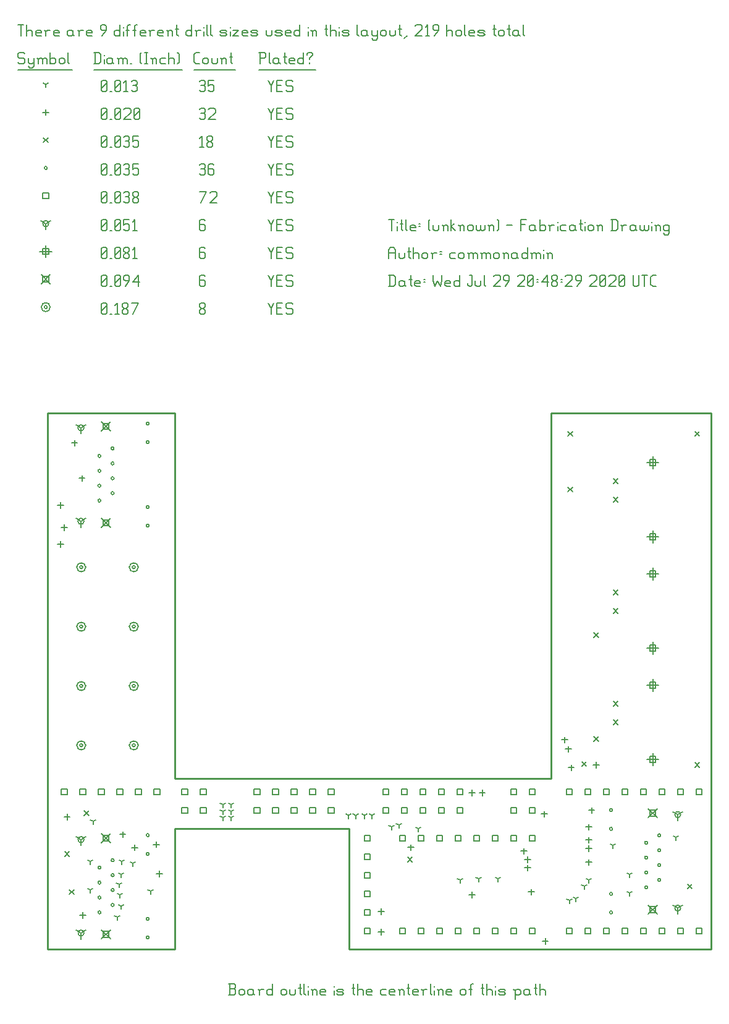
<source format=gbr>
G04 start of page 16 for group -3984 idx -3984 *
G04 Title: (unknown), fab *
G04 Creator: pcb 4.2.0 *
G04 CreationDate: Wed Jul 29 20:48:29 2020 UTC *
G04 For: commonadmin *
G04 Format: Gerber/RS-274X *
G04 PCB-Dimensions (mil): 4000.00 3500.00 *
G04 PCB-Coordinate-Origin: lower left *
%MOIN*%
%FSLAX25Y25*%
%LNFAB*%
%ADD188C,0.0100*%
%ADD187C,0.0075*%
%ADD186C,0.0060*%
%ADD185R,0.0080X0.0080*%
G54D185*X33354Y125000D02*G75*G03X34954Y125000I800J0D01*G01*
G75*G03X33354Y125000I-800J0D01*G01*
X31754D02*G75*G03X36554Y125000I2400J0D01*G01*
G75*G03X31754Y125000I-2400J0D01*G01*
X61700D02*G75*G03X63300Y125000I800J0D01*G01*
G75*G03X61700Y125000I-800J0D01*G01*
X60100D02*G75*G03X64900Y125000I2400J0D01*G01*
G75*G03X60100Y125000I-2400J0D01*G01*
X33354Y221000D02*G75*G03X34954Y221000I800J0D01*G01*
G75*G03X33354Y221000I-800J0D01*G01*
X31754D02*G75*G03X36554Y221000I2400J0D01*G01*
G75*G03X31754Y221000I-2400J0D01*G01*
X61700D02*G75*G03X63300Y221000I800J0D01*G01*
G75*G03X61700Y221000I-800J0D01*G01*
X60100D02*G75*G03X64900Y221000I2400J0D01*G01*
G75*G03X60100Y221000I-2400J0D01*G01*
X33354Y189000D02*G75*G03X34954Y189000I800J0D01*G01*
G75*G03X33354Y189000I-800J0D01*G01*
X31754D02*G75*G03X36554Y189000I2400J0D01*G01*
G75*G03X31754Y189000I-2400J0D01*G01*
X61700D02*G75*G03X63300Y189000I800J0D01*G01*
G75*G03X61700Y189000I-800J0D01*G01*
X60100D02*G75*G03X64900Y189000I2400J0D01*G01*
G75*G03X60100Y189000I-2400J0D01*G01*
X33354Y157000D02*G75*G03X34954Y157000I800J0D01*G01*
G75*G03X33354Y157000I-800J0D01*G01*
X31754D02*G75*G03X36554Y157000I2400J0D01*G01*
G75*G03X31754Y157000I-2400J0D01*G01*
X61700D02*G75*G03X63300Y157000I800J0D01*G01*
G75*G03X61700Y157000I-800J0D01*G01*
X60100D02*G75*G03X64900Y157000I2400J0D01*G01*
G75*G03X60100Y157000I-2400J0D01*G01*
X14200Y361250D02*G75*G03X15800Y361250I800J0D01*G01*
G75*G03X14200Y361250I-800J0D01*G01*
X12600D02*G75*G03X17400Y361250I2400J0D01*G01*
G75*G03X12600Y361250I-2400J0D01*G01*
G54D186*X135000Y363500D02*X136500Y360500D01*
X138000Y363500D01*
X136500Y360500D02*Y357500D01*
X139800Y360800D02*X142050D01*
X139800Y357500D02*X142800D01*
X139800Y363500D02*Y357500D01*
Y363500D02*X142800D01*
X147600D02*X148350Y362750D01*
X145350Y363500D02*X147600D01*
X144600Y362750D02*X145350Y363500D01*
X144600Y362750D02*Y361250D01*
X145350Y360500D01*
X147600D01*
X148350Y359750D01*
Y358250D01*
X147600Y357500D02*X148350Y358250D01*
X145350Y357500D02*X147600D01*
X144600Y358250D02*X145350Y357500D01*
X98000Y358250D02*X98750Y357500D01*
X98000Y359450D02*Y358250D01*
Y359450D02*X99050Y360500D01*
X99950D01*
X101000Y359450D01*
Y358250D01*
X100250Y357500D02*X101000Y358250D01*
X98750Y357500D02*X100250D01*
X98000Y361550D02*X99050Y360500D01*
X98000Y362750D02*Y361550D01*
Y362750D02*X98750Y363500D01*
X100250D01*
X101000Y362750D01*
Y361550D01*
X99950Y360500D02*X101000Y361550D01*
X45000Y358250D02*X45750Y357500D01*
X45000Y362750D02*Y358250D01*
Y362750D02*X45750Y363500D01*
X47250D01*
X48000Y362750D01*
Y358250D01*
X47250Y357500D02*X48000Y358250D01*
X45750Y357500D02*X47250D01*
X45000Y359000D02*X48000Y362000D01*
X49800Y357500D02*X50550D01*
X52350Y362300D02*X53550Y363500D01*
Y357500D01*
X52350D02*X54600D01*
X56400Y358250D02*X57150Y357500D01*
X56400Y359450D02*Y358250D01*
Y359450D02*X57450Y360500D01*
X58350D01*
X59400Y359450D01*
Y358250D01*
X58650Y357500D02*X59400Y358250D01*
X57150Y357500D02*X58650D01*
X56400Y361550D02*X57450Y360500D01*
X56400Y362750D02*Y361550D01*
Y362750D02*X57150Y363500D01*
X58650D01*
X59400Y362750D01*
Y361550D01*
X58350Y360500D02*X59400Y361550D01*
X61950Y357500D02*X64950Y363500D01*
X61200D02*X64950D01*
X340100Y90884D02*X344900Y86084D01*
X340100D02*X344900Y90884D01*
X340900Y90084D02*X344100D01*
X340900D02*Y86884D01*
X344100D01*
Y90084D02*Y86884D01*
X340100Y38916D02*X344900Y34116D01*
X340100D02*X344900Y38916D01*
X340900Y38116D02*X344100D01*
X340900D02*Y34916D01*
X344100D01*
Y38116D02*Y34916D01*
X45100Y247400D02*X49900Y242600D01*
X45100D02*X49900Y247400D01*
X45900Y246600D02*X49100D01*
X45900D02*Y243400D01*
X49100D01*
Y246600D02*Y243400D01*
X45100Y299369D02*X49900Y294569D01*
X45100D02*X49900Y299369D01*
X45900Y298569D02*X49100D01*
X45900D02*Y295369D01*
X49100D01*
Y298569D02*Y295369D01*
X45143Y25439D02*X49943Y20639D01*
X45143D02*X49943Y25439D01*
X45943Y24639D02*X49143D01*
X45943D02*Y21439D01*
X49143D01*
Y24639D02*Y21439D01*
X45143Y77408D02*X49943Y72608D01*
X45143D02*X49943Y77408D01*
X45943Y76608D02*X49143D01*
X45943D02*Y73408D01*
X49143D01*
Y76608D02*Y73408D01*
X12600Y378650D02*X17400Y373850D01*
X12600D02*X17400Y378650D01*
X13400Y377850D02*X16600D01*
X13400D02*Y374650D01*
X16600D01*
Y377850D02*Y374650D01*
X135000Y378500D02*X136500Y375500D01*
X138000Y378500D01*
X136500Y375500D02*Y372500D01*
X139800Y375800D02*X142050D01*
X139800Y372500D02*X142800D01*
X139800Y378500D02*Y372500D01*
Y378500D02*X142800D01*
X147600D02*X148350Y377750D01*
X145350Y378500D02*X147600D01*
X144600Y377750D02*X145350Y378500D01*
X144600Y377750D02*Y376250D01*
X145350Y375500D01*
X147600D01*
X148350Y374750D01*
Y373250D01*
X147600Y372500D02*X148350Y373250D01*
X145350Y372500D02*X147600D01*
X144600Y373250D02*X145350Y372500D01*
X100250Y378500D02*X101000Y377750D01*
X98750Y378500D02*X100250D01*
X98000Y377750D02*X98750Y378500D01*
X98000Y377750D02*Y373250D01*
X98750Y372500D01*
X100250Y375800D02*X101000Y375050D01*
X98000Y375800D02*X100250D01*
X98750Y372500D02*X100250D01*
X101000Y373250D01*
Y375050D02*Y373250D01*
X45000D02*X45750Y372500D01*
X45000Y377750D02*Y373250D01*
Y377750D02*X45750Y378500D01*
X47250D01*
X48000Y377750D01*
Y373250D01*
X47250Y372500D02*X48000Y373250D01*
X45750Y372500D02*X47250D01*
X45000Y374000D02*X48000Y377000D01*
X49800Y372500D02*X50550D01*
X52350Y373250D02*X53100Y372500D01*
X52350Y377750D02*Y373250D01*
Y377750D02*X53100Y378500D01*
X54600D01*
X55350Y377750D01*
Y373250D01*
X54600Y372500D02*X55350Y373250D01*
X53100Y372500D02*X54600D01*
X52350Y374000D02*X55350Y377000D01*
X57900Y372500D02*X60150Y375500D01*
Y377750D02*Y375500D01*
X59400Y378500D02*X60150Y377750D01*
X57900Y378500D02*X59400D01*
X57150Y377750D02*X57900Y378500D01*
X57150Y377750D02*Y376250D01*
X57900Y375500D01*
X60150D01*
X61950Y374750D02*X64950Y378500D01*
X61950Y374750D02*X65700D01*
X64950Y378500D02*Y372500D01*
X342500Y160700D02*Y154300D01*
X339300Y157500D02*X345700D01*
X340900Y159100D02*X344100D01*
X340900D02*Y155900D01*
X344100D01*
Y159100D02*Y155900D01*
X342500Y120700D02*Y114300D01*
X339300Y117500D02*X345700D01*
X340900Y119100D02*X344100D01*
X340900D02*Y115900D01*
X344100D01*
Y119100D02*Y115900D01*
X342500Y220700D02*Y214300D01*
X339300Y217500D02*X345700D01*
X340900Y219100D02*X344100D01*
X340900D02*Y215900D01*
X344100D01*
Y219100D02*Y215900D01*
X342500Y180700D02*Y174300D01*
X339300Y177500D02*X345700D01*
X340900Y179100D02*X344100D01*
X340900D02*Y175900D01*
X344100D01*
Y179100D02*Y175900D01*
X342500Y280700D02*Y274300D01*
X339300Y277500D02*X345700D01*
X340900Y279100D02*X344100D01*
X340900D02*Y275900D01*
X344100D01*
Y279100D02*Y275900D01*
X342500Y240700D02*Y234300D01*
X339300Y237500D02*X345700D01*
X340900Y239100D02*X344100D01*
X340900D02*Y235900D01*
X344100D01*
Y239100D02*Y235900D01*
X15000Y394450D02*Y388050D01*
X11800Y391250D02*X18200D01*
X13400Y392850D02*X16600D01*
X13400D02*Y389650D01*
X16600D01*
Y392850D02*Y389650D01*
X135000Y393500D02*X136500Y390500D01*
X138000Y393500D01*
X136500Y390500D02*Y387500D01*
X139800Y390800D02*X142050D01*
X139800Y387500D02*X142800D01*
X139800Y393500D02*Y387500D01*
Y393500D02*X142800D01*
X147600D02*X148350Y392750D01*
X145350Y393500D02*X147600D01*
X144600Y392750D02*X145350Y393500D01*
X144600Y392750D02*Y391250D01*
X145350Y390500D01*
X147600D01*
X148350Y389750D01*
Y388250D01*
X147600Y387500D02*X148350Y388250D01*
X145350Y387500D02*X147600D01*
X144600Y388250D02*X145350Y387500D01*
X100250Y393500D02*X101000Y392750D01*
X98750Y393500D02*X100250D01*
X98000Y392750D02*X98750Y393500D01*
X98000Y392750D02*Y388250D01*
X98750Y387500D01*
X100250Y390800D02*X101000Y390050D01*
X98000Y390800D02*X100250D01*
X98750Y387500D02*X100250D01*
X101000Y388250D01*
Y390050D02*Y388250D01*
X45000D02*X45750Y387500D01*
X45000Y392750D02*Y388250D01*
Y392750D02*X45750Y393500D01*
X47250D01*
X48000Y392750D01*
Y388250D01*
X47250Y387500D02*X48000Y388250D01*
X45750Y387500D02*X47250D01*
X45000Y389000D02*X48000Y392000D01*
X49800Y387500D02*X50550D01*
X52350Y388250D02*X53100Y387500D01*
X52350Y392750D02*Y388250D01*
Y392750D02*X53100Y393500D01*
X54600D01*
X55350Y392750D01*
Y388250D01*
X54600Y387500D02*X55350Y388250D01*
X53100Y387500D02*X54600D01*
X52350Y389000D02*X55350Y392000D01*
X57150Y388250D02*X57900Y387500D01*
X57150Y389450D02*Y388250D01*
Y389450D02*X58200Y390500D01*
X59100D01*
X60150Y389450D01*
Y388250D01*
X59400Y387500D02*X60150Y388250D01*
X57900Y387500D02*X59400D01*
X57150Y391550D02*X58200Y390500D01*
X57150Y392750D02*Y391550D01*
Y392750D02*X57900Y393500D01*
X59400D01*
X60150Y392750D01*
Y391550D01*
X59100Y390500D02*X60150Y391550D01*
X61950Y392300D02*X63150Y393500D01*
Y387500D01*
X61950D02*X64200D01*
X356004Y37303D02*Y34103D01*
Y37303D02*X358777Y38903D01*
X356004Y37303D02*X353231Y38903D01*
X354404Y37303D02*G75*G03X357604Y37303I1600J0D01*G01*
G75*G03X354404Y37303I-1600J0D01*G01*
X356004Y87697D02*Y84497D01*
Y87697D02*X358777Y89297D01*
X356004Y87697D02*X353231Y89297D01*
X354404Y87697D02*G75*G03X357604Y87697I1600J0D01*G01*
G75*G03X354404Y87697I-1600J0D01*G01*
X33996Y296181D02*Y292981D01*
Y296181D02*X36769Y297781D01*
X33996Y296181D02*X31223Y297781D01*
X32396Y296181D02*G75*G03X35596Y296181I1600J0D01*G01*
G75*G03X32396Y296181I-1600J0D01*G01*
X33996Y245787D02*Y242587D01*
Y245787D02*X36769Y247387D01*
X33996Y245787D02*X31223Y247387D01*
X32396Y245787D02*G75*G03X35596Y245787I1600J0D01*G01*
G75*G03X32396Y245787I-1600J0D01*G01*
X34039Y74220D02*Y71020D01*
Y74220D02*X36813Y75820D01*
X34039Y74220D02*X31266Y75820D01*
X32439Y74220D02*G75*G03X35639Y74220I1600J0D01*G01*
G75*G03X32439Y74220I-1600J0D01*G01*
X34039Y23827D02*Y20627D01*
Y23827D02*X36813Y25427D01*
X34039Y23827D02*X31266Y25427D01*
X32439Y23827D02*G75*G03X35639Y23827I1600J0D01*G01*
G75*G03X32439Y23827I-1600J0D01*G01*
X15000Y406250D02*Y403050D01*
Y406250D02*X17773Y407850D01*
X15000Y406250D02*X12227Y407850D01*
X13400Y406250D02*G75*G03X16600Y406250I1600J0D01*G01*
G75*G03X13400Y406250I-1600J0D01*G01*
X135000Y408500D02*X136500Y405500D01*
X138000Y408500D01*
X136500Y405500D02*Y402500D01*
X139800Y405800D02*X142050D01*
X139800Y402500D02*X142800D01*
X139800Y408500D02*Y402500D01*
Y408500D02*X142800D01*
X147600D02*X148350Y407750D01*
X145350Y408500D02*X147600D01*
X144600Y407750D02*X145350Y408500D01*
X144600Y407750D02*Y406250D01*
X145350Y405500D01*
X147600D01*
X148350Y404750D01*
Y403250D01*
X147600Y402500D02*X148350Y403250D01*
X145350Y402500D02*X147600D01*
X144600Y403250D02*X145350Y402500D01*
X100250Y408500D02*X101000Y407750D01*
X98750Y408500D02*X100250D01*
X98000Y407750D02*X98750Y408500D01*
X98000Y407750D02*Y403250D01*
X98750Y402500D01*
X100250Y405800D02*X101000Y405050D01*
X98000Y405800D02*X100250D01*
X98750Y402500D02*X100250D01*
X101000Y403250D01*
Y405050D02*Y403250D01*
X45000D02*X45750Y402500D01*
X45000Y407750D02*Y403250D01*
Y407750D02*X45750Y408500D01*
X47250D01*
X48000Y407750D01*
Y403250D01*
X47250Y402500D02*X48000Y403250D01*
X45750Y402500D02*X47250D01*
X45000Y404000D02*X48000Y407000D01*
X49800Y402500D02*X50550D01*
X52350Y403250D02*X53100Y402500D01*
X52350Y407750D02*Y403250D01*
Y407750D02*X53100Y408500D01*
X54600D01*
X55350Y407750D01*
Y403250D01*
X54600Y402500D02*X55350Y403250D01*
X53100Y402500D02*X54600D01*
X52350Y404000D02*X55350Y407000D01*
X57150Y408500D02*X60150D01*
X57150D02*Y405500D01*
X57900Y406250D01*
X59400D01*
X60150Y405500D01*
Y403250D01*
X59400Y402500D02*X60150Y403250D01*
X57900Y402500D02*X59400D01*
X57150Y403250D02*X57900Y402500D01*
X61950Y407300D02*X63150Y408500D01*
Y402500D01*
X61950D02*X64200D01*
X186900Y76600D02*X190100D01*
X186900D02*Y73400D01*
X190100D01*
Y76600D02*Y73400D01*
X186900Y66600D02*X190100D01*
X186900D02*Y63400D01*
X190100D01*
Y66600D02*Y63400D01*
X186900Y56600D02*X190100D01*
X186900D02*Y53400D01*
X190100D01*
Y56600D02*Y53400D01*
X186900Y46600D02*X190100D01*
X186900D02*Y43400D01*
X190100D01*
Y46600D02*Y43400D01*
X186900Y36600D02*X190100D01*
X186900D02*Y33400D01*
X190100D01*
Y36600D02*Y33400D01*
X186900Y26600D02*X190100D01*
X186900D02*Y23400D01*
X190100D01*
Y26600D02*Y23400D01*
X275900Y76600D02*X279100D01*
X275900D02*Y73400D01*
X279100D01*
Y76600D02*Y73400D01*
X265900Y76600D02*X269100D01*
X265900D02*Y73400D01*
X269100D01*
Y76600D02*Y73400D01*
X255900Y76600D02*X259100D01*
X255900D02*Y73400D01*
X259100D01*
Y76600D02*Y73400D01*
X245900Y76600D02*X249100D01*
X245900D02*Y73400D01*
X249100D01*
Y76600D02*Y73400D01*
X235900Y76600D02*X239100D01*
X235900D02*Y73400D01*
X239100D01*
Y76600D02*Y73400D01*
X225900Y76600D02*X229100D01*
X225900D02*Y73400D01*
X229100D01*
Y76600D02*Y73400D01*
X215900Y76600D02*X219100D01*
X215900D02*Y73400D01*
X219100D01*
Y76600D02*Y73400D01*
X205900Y76600D02*X209100D01*
X205900D02*Y73400D01*
X209100D01*
Y76600D02*Y73400D01*
X275900Y26600D02*X279100D01*
X275900D02*Y23400D01*
X279100D01*
Y26600D02*Y23400D01*
X265900Y26600D02*X269100D01*
X265900D02*Y23400D01*
X269100D01*
Y26600D02*Y23400D01*
X255900Y26600D02*X259100D01*
X255900D02*Y23400D01*
X259100D01*
Y26600D02*Y23400D01*
X245900Y26600D02*X249100D01*
X245900D02*Y23400D01*
X249100D01*
Y26600D02*Y23400D01*
X235900Y26600D02*X239100D01*
X235900D02*Y23400D01*
X239100D01*
Y26600D02*Y23400D01*
X225900Y26600D02*X229100D01*
X225900D02*Y23400D01*
X229100D01*
Y26600D02*Y23400D01*
X215900Y26600D02*X219100D01*
X215900D02*Y23400D01*
X219100D01*
Y26600D02*Y23400D01*
X205900Y26600D02*X209100D01*
X205900D02*Y23400D01*
X209100D01*
Y26600D02*Y23400D01*
X365900Y101600D02*X369100D01*
X365900D02*Y98400D01*
X369100D01*
Y101600D02*Y98400D01*
X355900Y101600D02*X359100D01*
X355900D02*Y98400D01*
X359100D01*
Y101600D02*Y98400D01*
X345900Y101600D02*X349100D01*
X345900D02*Y98400D01*
X349100D01*
Y101600D02*Y98400D01*
X335900Y101600D02*X339100D01*
X335900D02*Y98400D01*
X339100D01*
Y101600D02*Y98400D01*
X325900Y101600D02*X329100D01*
X325900D02*Y98400D01*
X329100D01*
Y101600D02*Y98400D01*
X315900Y101600D02*X319100D01*
X315900D02*Y98400D01*
X319100D01*
Y101600D02*Y98400D01*
X305900Y101600D02*X309100D01*
X305900D02*Y98400D01*
X309100D01*
Y101600D02*Y98400D01*
X295900Y101600D02*X299100D01*
X295900D02*Y98400D01*
X299100D01*
Y101600D02*Y98400D01*
X365900Y26600D02*X369100D01*
X365900D02*Y23400D01*
X369100D01*
Y26600D02*Y23400D01*
X355900Y26600D02*X359100D01*
X355900D02*Y23400D01*
X359100D01*
Y26600D02*Y23400D01*
X345900Y26600D02*X349100D01*
X345900D02*Y23400D01*
X349100D01*
Y26600D02*Y23400D01*
X335900Y26600D02*X339100D01*
X335900D02*Y23400D01*
X339100D01*
Y26600D02*Y23400D01*
X325900Y26600D02*X329100D01*
X325900D02*Y23400D01*
X329100D01*
Y26600D02*Y23400D01*
X315900Y26600D02*X319100D01*
X315900D02*Y23400D01*
X319100D01*
Y26600D02*Y23400D01*
X305900Y26600D02*X309100D01*
X305900D02*Y23400D01*
X309100D01*
Y26600D02*Y23400D01*
X295900Y26600D02*X299100D01*
X295900D02*Y23400D01*
X299100D01*
Y26600D02*Y23400D01*
X127400Y91600D02*X130600D01*
X127400D02*Y88400D01*
X130600D01*
Y91600D02*Y88400D01*
X127400Y101600D02*X130600D01*
X127400D02*Y98400D01*
X130600D01*
Y101600D02*Y98400D01*
X137400Y91600D02*X140600D01*
X137400D02*Y88400D01*
X140600D01*
Y91600D02*Y88400D01*
X137400Y101600D02*X140600D01*
X137400D02*Y98400D01*
X140600D01*
Y101600D02*Y98400D01*
X147400Y91600D02*X150600D01*
X147400D02*Y88400D01*
X150600D01*
Y91600D02*Y88400D01*
X147400Y101600D02*X150600D01*
X147400D02*Y98400D01*
X150600D01*
Y101600D02*Y98400D01*
X157400Y91600D02*X160600D01*
X157400D02*Y88400D01*
X160600D01*
Y91600D02*Y88400D01*
X157400Y101600D02*X160600D01*
X157400D02*Y98400D01*
X160600D01*
Y101600D02*Y98400D01*
X167400Y91600D02*X170600D01*
X167400D02*Y88400D01*
X170600D01*
Y91600D02*Y88400D01*
X167400Y101600D02*X170600D01*
X167400D02*Y98400D01*
X170600D01*
Y101600D02*Y98400D01*
X196900Y91600D02*X200100D01*
X196900D02*Y88400D01*
X200100D01*
Y91600D02*Y88400D01*
X196900Y101600D02*X200100D01*
X196900D02*Y98400D01*
X200100D01*
Y101600D02*Y98400D01*
X206900Y91600D02*X210100D01*
X206900D02*Y88400D01*
X210100D01*
Y91600D02*Y88400D01*
X206900Y101600D02*X210100D01*
X206900D02*Y98400D01*
X210100D01*
Y101600D02*Y98400D01*
X216900Y91600D02*X220100D01*
X216900D02*Y88400D01*
X220100D01*
Y91600D02*Y88400D01*
X216900Y101600D02*X220100D01*
X216900D02*Y98400D01*
X220100D01*
Y101600D02*Y98400D01*
X226900Y91600D02*X230100D01*
X226900D02*Y88400D01*
X230100D01*
Y91600D02*Y88400D01*
X226900Y101600D02*X230100D01*
X226900D02*Y98400D01*
X230100D01*
Y101600D02*Y98400D01*
X236900Y91600D02*X240100D01*
X236900D02*Y88400D01*
X240100D01*
Y91600D02*Y88400D01*
X236900Y101600D02*X240100D01*
X236900D02*Y98400D01*
X240100D01*
Y101600D02*Y98400D01*
X23400Y101600D02*X26600D01*
X23400D02*Y98400D01*
X26600D01*
Y101600D02*Y98400D01*
X33400Y101600D02*X36600D01*
X33400D02*Y98400D01*
X36600D01*
Y101600D02*Y98400D01*
X43400Y101600D02*X46600D01*
X43400D02*Y98400D01*
X46600D01*
Y101600D02*Y98400D01*
X53400Y101600D02*X56600D01*
X53400D02*Y98400D01*
X56600D01*
Y101600D02*Y98400D01*
X63400Y101600D02*X66600D01*
X63400D02*Y98400D01*
X66600D01*
Y101600D02*Y98400D01*
X73400Y101600D02*X76600D01*
X73400D02*Y98400D01*
X76600D01*
Y101600D02*Y98400D01*
X88400Y101600D02*X91600D01*
X88400D02*Y98400D01*
X91600D01*
Y101600D02*Y98400D01*
X88400Y91600D02*X91600D01*
X88400D02*Y88400D01*
X91600D01*
Y91600D02*Y88400D01*
X98400Y91600D02*X101600D01*
X98400D02*Y88400D01*
X101600D01*
Y91600D02*Y88400D01*
X98400Y101600D02*X101600D01*
X98400D02*Y98400D01*
X101600D01*
Y101600D02*Y98400D01*
X265900Y101600D02*X269100D01*
X265900D02*Y98400D01*
X269100D01*
Y101600D02*Y98400D01*
X265900Y91600D02*X269100D01*
X265900D02*Y88400D01*
X269100D01*
Y91600D02*Y88400D01*
X275900Y91600D02*X279100D01*
X275900D02*Y88400D01*
X279100D01*
Y91600D02*Y88400D01*
X275900Y101600D02*X279100D01*
X275900D02*Y98400D01*
X279100D01*
Y101600D02*Y98400D01*
X13400Y422850D02*X16600D01*
X13400D02*Y419650D01*
X16600D01*
Y422850D02*Y419650D01*
X135000Y423500D02*X136500Y420500D01*
X138000Y423500D01*
X136500Y420500D02*Y417500D01*
X139800Y420800D02*X142050D01*
X139800Y417500D02*X142800D01*
X139800Y423500D02*Y417500D01*
Y423500D02*X142800D01*
X147600D02*X148350Y422750D01*
X145350Y423500D02*X147600D01*
X144600Y422750D02*X145350Y423500D01*
X144600Y422750D02*Y421250D01*
X145350Y420500D01*
X147600D01*
X148350Y419750D01*
Y418250D01*
X147600Y417500D02*X148350Y418250D01*
X145350Y417500D02*X147600D01*
X144600Y418250D02*X145350Y417500D01*
X98750D02*X101750Y423500D01*
X98000D02*X101750D01*
X103550Y422750D02*X104300Y423500D01*
X106550D01*
X107300Y422750D01*
Y421250D01*
X103550Y417500D02*X107300Y421250D01*
X103550Y417500D02*X107300D01*
X45000Y418250D02*X45750Y417500D01*
X45000Y422750D02*Y418250D01*
Y422750D02*X45750Y423500D01*
X47250D01*
X48000Y422750D01*
Y418250D01*
X47250Y417500D02*X48000Y418250D01*
X45750Y417500D02*X47250D01*
X45000Y419000D02*X48000Y422000D01*
X49800Y417500D02*X50550D01*
X52350Y418250D02*X53100Y417500D01*
X52350Y422750D02*Y418250D01*
Y422750D02*X53100Y423500D01*
X54600D01*
X55350Y422750D01*
Y418250D01*
X54600Y417500D02*X55350Y418250D01*
X53100Y417500D02*X54600D01*
X52350Y419000D02*X55350Y422000D01*
X57150Y422750D02*X57900Y423500D01*
X59400D01*
X60150Y422750D01*
X59400Y417500D02*X60150Y418250D01*
X57900Y417500D02*X59400D01*
X57150Y418250D02*X57900Y417500D01*
Y420800D02*X59400D01*
X60150Y422750D02*Y421550D01*
Y420050D02*Y418250D01*
Y420050D02*X59400Y420800D01*
X60150Y421550D02*X59400Y420800D01*
X61950Y418250D02*X62700Y417500D01*
X61950Y419450D02*Y418250D01*
Y419450D02*X63000Y420500D01*
X63900D01*
X64950Y419450D01*
Y418250D01*
X64200Y417500D02*X64950Y418250D01*
X62700Y417500D02*X64200D01*
X61950Y421550D02*X63000Y420500D01*
X61950Y422750D02*Y421550D01*
Y422750D02*X62700Y423500D01*
X64200D01*
X64950Y422750D01*
Y421550D01*
X63900Y420500D02*X64950Y421550D01*
X319220Y44980D02*G75*G03X320820Y44980I800J0D01*G01*
G75*G03X319220Y44980I-800J0D01*G01*
Y34941D02*G75*G03X320820Y34941I800J0D01*G01*
G75*G03X319220Y34941I-800J0D01*G01*
X345243Y60492D02*G75*G03X346843Y60492I800J0D01*G01*
G75*G03X345243Y60492I-800J0D01*G01*
Y52461D02*G75*G03X346843Y52461I800J0D01*G01*
G75*G03X345243Y52461I-800J0D01*G01*
Y68524D02*G75*G03X346843Y68524I800J0D01*G01*
G75*G03X345243Y68524I-800J0D01*G01*
Y76555D02*G75*G03X346843Y76555I800J0D01*G01*
G75*G03X345243Y76555I-800J0D01*G01*
X338157Y64508D02*G75*G03X339757Y64508I800J0D01*G01*
G75*G03X338157Y64508I-800J0D01*G01*
Y72539D02*G75*G03X339757Y72539I800J0D01*G01*
G75*G03X338157Y72539I-800J0D01*G01*
Y56476D02*G75*G03X339757Y56476I800J0D01*G01*
G75*G03X338157Y56476I-800J0D01*G01*
Y48445D02*G75*G03X339757Y48445I800J0D01*G01*
G75*G03X338157Y48445I-800J0D01*G01*
X319220Y90059D02*G75*G03X320820Y90059I800J0D01*G01*
G75*G03X319220Y90059I-800J0D01*G01*
Y80020D02*G75*G03X320820Y80020I800J0D01*G01*
G75*G03X319220Y80020I-800J0D01*G01*
X69180Y288504D02*G75*G03X70780Y288504I800J0D01*G01*
G75*G03X69180Y288504I-800J0D01*G01*
Y298543D02*G75*G03X70780Y298543I800J0D01*G01*
G75*G03X69180Y298543I-800J0D01*G01*
X43157Y272992D02*G75*G03X44757Y272992I800J0D01*G01*
G75*G03X43157Y272992I-800J0D01*G01*
Y281024D02*G75*G03X44757Y281024I800J0D01*G01*
G75*G03X43157Y281024I-800J0D01*G01*
Y264961D02*G75*G03X44757Y264961I800J0D01*G01*
G75*G03X43157Y264961I-800J0D01*G01*
Y256929D02*G75*G03X44757Y256929I800J0D01*G01*
G75*G03X43157Y256929I-800J0D01*G01*
X50243Y268976D02*G75*G03X51843Y268976I800J0D01*G01*
G75*G03X50243Y268976I-800J0D01*G01*
Y260945D02*G75*G03X51843Y260945I800J0D01*G01*
G75*G03X50243Y260945I-800J0D01*G01*
Y277008D02*G75*G03X51843Y277008I800J0D01*G01*
G75*G03X50243Y277008I-800J0D01*G01*
Y285039D02*G75*G03X51843Y285039I800J0D01*G01*
G75*G03X50243Y285039I-800J0D01*G01*
X69180Y243425D02*G75*G03X70780Y243425I800J0D01*G01*
G75*G03X69180Y243425I-800J0D01*G01*
Y253465D02*G75*G03X70780Y253465I800J0D01*G01*
G75*G03X69180Y253465I-800J0D01*G01*
X69224Y66543D02*G75*G03X70824Y66543I800J0D01*G01*
G75*G03X69224Y66543I-800J0D01*G01*
Y76583D02*G75*G03X70824Y76583I800J0D01*G01*
G75*G03X69224Y76583I-800J0D01*G01*
X43200Y51031D02*G75*G03X44800Y51031I800J0D01*G01*
G75*G03X43200Y51031I-800J0D01*G01*
Y59063D02*G75*G03X44800Y59063I800J0D01*G01*
G75*G03X43200Y59063I-800J0D01*G01*
Y43000D02*G75*G03X44800Y43000I800J0D01*G01*
G75*G03X43200Y43000I-800J0D01*G01*
Y34969D02*G75*G03X44800Y34969I800J0D01*G01*
G75*G03X43200Y34969I-800J0D01*G01*
X50287Y47016D02*G75*G03X51887Y47016I800J0D01*G01*
G75*G03X50287Y47016I-800J0D01*G01*
Y38984D02*G75*G03X51887Y38984I800J0D01*G01*
G75*G03X50287Y38984I-800J0D01*G01*
Y55047D02*G75*G03X51887Y55047I800J0D01*G01*
G75*G03X50287Y55047I-800J0D01*G01*
Y63079D02*G75*G03X51887Y63079I800J0D01*G01*
G75*G03X50287Y63079I-800J0D01*G01*
X69224Y21465D02*G75*G03X70824Y21465I800J0D01*G01*
G75*G03X69224Y21465I-800J0D01*G01*
Y31504D02*G75*G03X70824Y31504I800J0D01*G01*
G75*G03X69224Y31504I-800J0D01*G01*
X14200Y436250D02*G75*G03X15800Y436250I800J0D01*G01*
G75*G03X14200Y436250I-800J0D01*G01*
X135000Y438500D02*X136500Y435500D01*
X138000Y438500D01*
X136500Y435500D02*Y432500D01*
X139800Y435800D02*X142050D01*
X139800Y432500D02*X142800D01*
X139800Y438500D02*Y432500D01*
Y438500D02*X142800D01*
X147600D02*X148350Y437750D01*
X145350Y438500D02*X147600D01*
X144600Y437750D02*X145350Y438500D01*
X144600Y437750D02*Y436250D01*
X145350Y435500D01*
X147600D01*
X148350Y434750D01*
Y433250D01*
X147600Y432500D02*X148350Y433250D01*
X145350Y432500D02*X147600D01*
X144600Y433250D02*X145350Y432500D01*
X98000Y437750D02*X98750Y438500D01*
X100250D01*
X101000Y437750D01*
X100250Y432500D02*X101000Y433250D01*
X98750Y432500D02*X100250D01*
X98000Y433250D02*X98750Y432500D01*
Y435800D02*X100250D01*
X101000Y437750D02*Y436550D01*
Y435050D02*Y433250D01*
Y435050D02*X100250Y435800D01*
X101000Y436550D02*X100250Y435800D01*
X105050Y438500D02*X105800Y437750D01*
X103550Y438500D02*X105050D01*
X102800Y437750D02*X103550Y438500D01*
X102800Y437750D02*Y433250D01*
X103550Y432500D01*
X105050Y435800D02*X105800Y435050D01*
X102800Y435800D02*X105050D01*
X103550Y432500D02*X105050D01*
X105800Y433250D01*
Y435050D02*Y433250D01*
X45000D02*X45750Y432500D01*
X45000Y437750D02*Y433250D01*
Y437750D02*X45750Y438500D01*
X47250D01*
X48000Y437750D01*
Y433250D01*
X47250Y432500D02*X48000Y433250D01*
X45750Y432500D02*X47250D01*
X45000Y434000D02*X48000Y437000D01*
X49800Y432500D02*X50550D01*
X52350Y433250D02*X53100Y432500D01*
X52350Y437750D02*Y433250D01*
Y437750D02*X53100Y438500D01*
X54600D01*
X55350Y437750D01*
Y433250D01*
X54600Y432500D02*X55350Y433250D01*
X53100Y432500D02*X54600D01*
X52350Y434000D02*X55350Y437000D01*
X57150Y437750D02*X57900Y438500D01*
X59400D01*
X60150Y437750D01*
X59400Y432500D02*X60150Y433250D01*
X57900Y432500D02*X59400D01*
X57150Y433250D02*X57900Y432500D01*
Y435800D02*X59400D01*
X60150Y437750D02*Y436550D01*
Y435050D02*Y433250D01*
Y435050D02*X59400Y435800D01*
X60150Y436550D02*X59400Y435800D01*
X61950Y438500D02*X64950D01*
X61950D02*Y435500D01*
X62700Y436250D01*
X64200D01*
X64950Y435500D01*
Y433250D01*
X64200Y432500D02*X64950Y433250D01*
X62700Y432500D02*X64200D01*
X61950Y433250D02*X62700Y432500D01*
X321300Y138700D02*X323700Y136300D01*
X321300D02*X323700Y138700D01*
X321300Y148700D02*X323700Y146300D01*
X321300D02*X323700Y148700D01*
X321300Y198700D02*X323700Y196300D01*
X321300D02*X323700Y198700D01*
X321300Y208700D02*X323700Y206300D01*
X321300D02*X323700Y208700D01*
X321300Y258700D02*X323700Y256300D01*
X321300D02*X323700Y258700D01*
X321300Y268700D02*X323700Y266300D01*
X321300D02*X323700Y268700D01*
X361300Y50169D02*X363700Y47769D01*
X361300D02*X363700Y50169D01*
X210300Y64669D02*X212700Y62269D01*
X210300D02*X212700Y64669D01*
X296800Y264169D02*X299200Y261769D01*
X296800D02*X299200Y264169D01*
X296800Y294169D02*X299200Y291769D01*
X296800D02*X299200Y294169D01*
X365300Y115669D02*X367700Y113269D01*
X365300D02*X367700Y115669D01*
X365300Y294169D02*X367700Y291769D01*
X365300D02*X367700Y294169D01*
X310800Y185669D02*X313200Y183269D01*
X310800D02*X313200Y185669D01*
X310800Y129669D02*X313200Y127269D01*
X310800D02*X313200Y129669D01*
X27800Y47169D02*X30200Y44769D01*
X27800D02*X30200Y47169D01*
X25300Y67700D02*X27700Y65300D01*
X25300D02*X27700Y67700D01*
X304300Y116200D02*X306700Y113800D01*
X304300D02*X306700Y116200D01*
X35800Y89700D02*X38200Y87300D01*
X35800D02*X38200Y89700D01*
X13800Y452450D02*X16200Y450050D01*
X13800D02*X16200Y452450D01*
X135000Y453500D02*X136500Y450500D01*
X138000Y453500D01*
X136500Y450500D02*Y447500D01*
X139800Y450800D02*X142050D01*
X139800Y447500D02*X142800D01*
X139800Y453500D02*Y447500D01*
Y453500D02*X142800D01*
X147600D02*X148350Y452750D01*
X145350Y453500D02*X147600D01*
X144600Y452750D02*X145350Y453500D01*
X144600Y452750D02*Y451250D01*
X145350Y450500D01*
X147600D01*
X148350Y449750D01*
Y448250D01*
X147600Y447500D02*X148350Y448250D01*
X145350Y447500D02*X147600D01*
X144600Y448250D02*X145350Y447500D01*
X98000Y452300D02*X99200Y453500D01*
Y447500D01*
X98000D02*X100250D01*
X102050Y448250D02*X102800Y447500D01*
X102050Y449450D02*Y448250D01*
Y449450D02*X103100Y450500D01*
X104000D01*
X105050Y449450D01*
Y448250D01*
X104300Y447500D02*X105050Y448250D01*
X102800Y447500D02*X104300D01*
X102050Y451550D02*X103100Y450500D01*
X102050Y452750D02*Y451550D01*
Y452750D02*X102800Y453500D01*
X104300D01*
X105050Y452750D01*
Y451550D01*
X104000Y450500D02*X105050Y451550D01*
X45000Y448250D02*X45750Y447500D01*
X45000Y452750D02*Y448250D01*
Y452750D02*X45750Y453500D01*
X47250D01*
X48000Y452750D01*
Y448250D01*
X47250Y447500D02*X48000Y448250D01*
X45750Y447500D02*X47250D01*
X45000Y449000D02*X48000Y452000D01*
X49800Y447500D02*X50550D01*
X52350Y448250D02*X53100Y447500D01*
X52350Y452750D02*Y448250D01*
Y452750D02*X53100Y453500D01*
X54600D01*
X55350Y452750D01*
Y448250D01*
X54600Y447500D02*X55350Y448250D01*
X53100Y447500D02*X54600D01*
X52350Y449000D02*X55350Y452000D01*
X57150Y452750D02*X57900Y453500D01*
X59400D01*
X60150Y452750D01*
X59400Y447500D02*X60150Y448250D01*
X57900Y447500D02*X59400D01*
X57150Y448250D02*X57900Y447500D01*
Y450800D02*X59400D01*
X60150Y452750D02*Y451550D01*
Y450050D02*Y448250D01*
Y450050D02*X59400Y450800D01*
X60150Y451550D02*X59400Y450800D01*
X61950Y453500D02*X64950D01*
X61950D02*Y450500D01*
X62700Y451250D01*
X64200D01*
X64950Y450500D01*
Y448250D01*
X64200Y447500D02*X64950Y448250D01*
X62700Y447500D02*X64200D01*
X61950Y448250D02*X62700Y447500D01*
X273000Y69569D02*Y66369D01*
X271400Y67969D02*X274600D01*
X56500Y78569D02*Y75369D01*
X54900Y76969D02*X58100D01*
X35000Y35069D02*Y31869D01*
X33400Y33469D02*X36600D01*
X63000Y71526D02*Y68326D01*
X61400Y69926D02*X64600D01*
X275000Y60600D02*Y57400D01*
X273400Y59000D02*X276600D01*
X275000Y65100D02*Y61900D01*
X273400Y63500D02*X276600D01*
X308000Y63600D02*Y60400D01*
X306400Y62000D02*X309600D01*
X308000Y82600D02*Y79400D01*
X306400Y81000D02*X309600D01*
X308000Y75600D02*Y72400D01*
X306400Y74000D02*X309600D01*
X308000Y71100D02*Y67900D01*
X306400Y69500D02*X309600D01*
X245000Y46069D02*Y42869D01*
X243400Y44469D02*X246600D01*
X277000Y47600D02*Y44400D01*
X275400Y46000D02*X278600D01*
X250500Y101100D02*Y97900D01*
X248900Y99500D02*X252100D01*
X245000Y101100D02*Y97900D01*
X243400Y99500D02*X246600D01*
X295000Y129600D02*Y126400D01*
X293400Y128000D02*X296600D01*
X297000Y124600D02*Y121400D01*
X295400Y123000D02*X298600D01*
X312000Y116100D02*Y112900D01*
X310400Y114500D02*X313600D01*
X298500Y114600D02*Y111400D01*
X296900Y113000D02*X300100D01*
X212000Y71600D02*Y68400D01*
X210400Y70000D02*X213600D01*
X284000Y89600D02*Y86400D01*
X282400Y88000D02*X285600D01*
X309500Y91600D02*Y88400D01*
X307900Y90000D02*X311100D01*
X196000Y26100D02*Y22900D01*
X194400Y24500D02*X197600D01*
X284500Y21100D02*Y17900D01*
X282900Y19500D02*X286100D01*
X196000Y37014D02*Y33814D01*
X194400Y35414D02*X197600D01*
X76400Y57400D02*Y54200D01*
X74800Y55800D02*X78000D01*
X74600Y73200D02*Y70000D01*
X73000Y71600D02*X76200D01*
X30500Y289600D02*Y286400D01*
X28900Y288000D02*X32100D01*
X26500Y88100D02*Y84900D01*
X24900Y86500D02*X28100D01*
X23000Y256100D02*Y252900D01*
X21400Y254500D02*X24600D01*
X25000Y244100D02*Y240900D01*
X23400Y242500D02*X26600D01*
X23000Y235100D02*Y231900D01*
X21400Y233500D02*X24600D01*
X34500Y270600D02*Y267400D01*
X32900Y269000D02*X36100D01*
X15000Y467850D02*Y464650D01*
X13400Y466250D02*X16600D01*
X135000Y468500D02*X136500Y465500D01*
X138000Y468500D01*
X136500Y465500D02*Y462500D01*
X139800Y465800D02*X142050D01*
X139800Y462500D02*X142800D01*
X139800Y468500D02*Y462500D01*
Y468500D02*X142800D01*
X147600D02*X148350Y467750D01*
X145350Y468500D02*X147600D01*
X144600Y467750D02*X145350Y468500D01*
X144600Y467750D02*Y466250D01*
X145350Y465500D01*
X147600D01*
X148350Y464750D01*
Y463250D01*
X147600Y462500D02*X148350Y463250D01*
X145350Y462500D02*X147600D01*
X144600Y463250D02*X145350Y462500D01*
X98000Y467750D02*X98750Y468500D01*
X100250D01*
X101000Y467750D01*
X100250Y462500D02*X101000Y463250D01*
X98750Y462500D02*X100250D01*
X98000Y463250D02*X98750Y462500D01*
Y465800D02*X100250D01*
X101000Y467750D02*Y466550D01*
Y465050D02*Y463250D01*
Y465050D02*X100250Y465800D01*
X101000Y466550D02*X100250Y465800D01*
X102800Y467750D02*X103550Y468500D01*
X105800D01*
X106550Y467750D01*
Y466250D01*
X102800Y462500D02*X106550Y466250D01*
X102800Y462500D02*X106550D01*
X45000Y463250D02*X45750Y462500D01*
X45000Y467750D02*Y463250D01*
Y467750D02*X45750Y468500D01*
X47250D01*
X48000Y467750D01*
Y463250D01*
X47250Y462500D02*X48000Y463250D01*
X45750Y462500D02*X47250D01*
X45000Y464000D02*X48000Y467000D01*
X49800Y462500D02*X50550D01*
X52350Y463250D02*X53100Y462500D01*
X52350Y467750D02*Y463250D01*
Y467750D02*X53100Y468500D01*
X54600D01*
X55350Y467750D01*
Y463250D01*
X54600Y462500D02*X55350Y463250D01*
X53100Y462500D02*X54600D01*
X52350Y464000D02*X55350Y467000D01*
X57150Y467750D02*X57900Y468500D01*
X60150D01*
X60900Y467750D01*
Y466250D01*
X57150Y462500D02*X60900Y466250D01*
X57150Y462500D02*X60900D01*
X62700Y463250D02*X63450Y462500D01*
X62700Y467750D02*Y463250D01*
Y467750D02*X63450Y468500D01*
X64950D01*
X65700Y467750D01*
Y463250D01*
X64950Y462500D02*X65700Y463250D01*
X63450Y462500D02*X64950D01*
X62700Y464000D02*X65700Y467000D01*
X238500Y52469D02*Y50869D01*
Y52469D02*X239887Y53269D01*
X238500Y52469D02*X237113Y53269D01*
X248500Y52969D02*Y51369D01*
Y52969D02*X249887Y53769D01*
X248500Y52969D02*X247113Y53769D01*
X259000Y52969D02*Y51369D01*
Y52969D02*X260387Y53769D01*
X259000Y52969D02*X257613Y53769D01*
X39000Y62469D02*Y60869D01*
Y62469D02*X40387Y63269D01*
X39000Y62469D02*X37613Y63269D01*
X39000Y46969D02*Y45369D01*
Y46969D02*X40387Y47769D01*
X39000Y46969D02*X37613Y47769D01*
X40500Y83969D02*Y82369D01*
Y83969D02*X41887Y84769D01*
X40500Y83969D02*X39113Y84769D01*
X205500Y82000D02*Y80400D01*
Y82000D02*X206887Y82800D01*
X205500Y82000D02*X204113Y82800D01*
X216000Y80000D02*Y78400D01*
Y80000D02*X217387Y80800D01*
X216000Y80000D02*X214613Y80800D01*
X201500Y81000D02*Y79400D01*
Y81000D02*X202887Y81800D01*
X201500Y81000D02*X200113Y81800D01*
X187000Y87200D02*Y85600D01*
Y87200D02*X188387Y88000D01*
X187000Y87200D02*X185613Y88000D01*
X190900Y87200D02*Y85600D01*
Y87200D02*X192287Y88000D01*
X190900Y87200D02*X189513Y88000D01*
X178300Y87200D02*Y85600D01*
Y87200D02*X179687Y88000D01*
X178300Y87200D02*X176913Y88000D01*
X182200Y87200D02*Y85600D01*
Y87200D02*X183587Y88000D01*
X182200Y87200D02*X180813Y88000D01*
X308000Y52500D02*Y50900D01*
Y52500D02*X309387Y53300D01*
X308000Y52500D02*X306613Y53300D01*
X305500Y49000D02*Y47400D01*
Y49000D02*X306887Y49800D01*
X305500Y49000D02*X304113Y49800D01*
X297500Y41500D02*Y39900D01*
Y41500D02*X298887Y42300D01*
X297500Y41500D02*X296113Y42300D01*
X301000Y42500D02*Y40900D01*
Y42500D02*X302387Y43300D01*
X301000Y42500D02*X299613Y43300D01*
X330000Y55500D02*Y53900D01*
Y55500D02*X331387Y56300D01*
X330000Y55500D02*X328613Y56300D01*
X330000Y45500D02*Y43900D01*
Y45500D02*X331387Y46300D01*
X330000Y45500D02*X328613Y46300D01*
X321000Y71000D02*Y69400D01*
Y71000D02*X322387Y71800D01*
X321000Y71000D02*X319613Y71800D01*
X355000Y75500D02*Y73900D01*
Y75500D02*X356387Y76300D01*
X355000Y75500D02*X353613Y76300D01*
X55700Y55500D02*Y53900D01*
Y55500D02*X57087Y56300D01*
X55700Y55500D02*X54313Y56300D01*
X55000Y44500D02*Y42900D01*
Y44500D02*X56387Y45300D01*
X55000Y44500D02*X53613Y45300D01*
X55600Y38300D02*Y36700D01*
Y38300D02*X56987Y39100D01*
X55600Y38300D02*X54213Y39100D01*
X54500Y50000D02*Y48400D01*
Y50000D02*X55887Y50800D01*
X54500Y50000D02*X53113Y50800D01*
X53500Y32500D02*Y30900D01*
Y32500D02*X54887Y33300D01*
X53500Y32500D02*X52113Y33300D01*
X56000Y62500D02*Y60900D01*
Y62500D02*X57387Y63300D01*
X56000Y62500D02*X54613Y63300D01*
X62000Y61500D02*Y59900D01*
Y61500D02*X63387Y62300D01*
X62000Y61500D02*X60613Y62300D01*
X71500Y46500D02*Y44900D01*
Y46500D02*X72887Y47300D01*
X71500Y46500D02*X70113Y47300D01*
X110500Y86000D02*Y84400D01*
Y86000D02*X111887Y86800D01*
X110500Y86000D02*X109113Y86800D01*
X115000Y86000D02*Y84400D01*
Y86000D02*X116387Y86800D01*
X115000Y86000D02*X113613Y86800D01*
X115000Y89500D02*Y87900D01*
Y89500D02*X116387Y90300D01*
X115000Y89500D02*X113613Y90300D01*
X110500Y89500D02*Y87900D01*
Y89500D02*X111887Y90300D01*
X110500Y89500D02*X109113Y90300D01*
X110500Y93000D02*Y91400D01*
Y93000D02*X111887Y93800D01*
X110500Y93000D02*X109113Y93800D01*
X115000Y93000D02*Y91400D01*
Y93000D02*X116387Y93800D01*
X115000Y93000D02*X113613Y93800D01*
X15000Y481250D02*Y479650D01*
Y481250D02*X16387Y482050D01*
X15000Y481250D02*X13613Y482050D01*
X135000Y483500D02*X136500Y480500D01*
X138000Y483500D01*
X136500Y480500D02*Y477500D01*
X139800Y480800D02*X142050D01*
X139800Y477500D02*X142800D01*
X139800Y483500D02*Y477500D01*
Y483500D02*X142800D01*
X147600D02*X148350Y482750D01*
X145350Y483500D02*X147600D01*
X144600Y482750D02*X145350Y483500D01*
X144600Y482750D02*Y481250D01*
X145350Y480500D01*
X147600D01*
X148350Y479750D01*
Y478250D01*
X147600Y477500D02*X148350Y478250D01*
X145350Y477500D02*X147600D01*
X144600Y478250D02*X145350Y477500D01*
X98000Y482750D02*X98750Y483500D01*
X100250D01*
X101000Y482750D01*
X100250Y477500D02*X101000Y478250D01*
X98750Y477500D02*X100250D01*
X98000Y478250D02*X98750Y477500D01*
Y480800D02*X100250D01*
X101000Y482750D02*Y481550D01*
Y480050D02*Y478250D01*
Y480050D02*X100250Y480800D01*
X101000Y481550D02*X100250Y480800D01*
X102800Y483500D02*X105800D01*
X102800D02*Y480500D01*
X103550Y481250D01*
X105050D01*
X105800Y480500D01*
Y478250D01*
X105050Y477500D02*X105800Y478250D01*
X103550Y477500D02*X105050D01*
X102800Y478250D02*X103550Y477500D01*
X45000Y478250D02*X45750Y477500D01*
X45000Y482750D02*Y478250D01*
Y482750D02*X45750Y483500D01*
X47250D01*
X48000Y482750D01*
Y478250D01*
X47250Y477500D02*X48000Y478250D01*
X45750Y477500D02*X47250D01*
X45000Y479000D02*X48000Y482000D01*
X49800Y477500D02*X50550D01*
X52350Y478250D02*X53100Y477500D01*
X52350Y482750D02*Y478250D01*
Y482750D02*X53100Y483500D01*
X54600D01*
X55350Y482750D01*
Y478250D01*
X54600Y477500D02*X55350Y478250D01*
X53100Y477500D02*X54600D01*
X52350Y479000D02*X55350Y482000D01*
X57150Y482300D02*X58350Y483500D01*
Y477500D01*
X57150D02*X59400D01*
X61200Y482750D02*X61950Y483500D01*
X63450D01*
X64200Y482750D01*
X63450Y477500D02*X64200Y478250D01*
X61950Y477500D02*X63450D01*
X61200Y478250D02*X61950Y477500D01*
Y480800D02*X63450D01*
X64200Y482750D02*Y481550D01*
Y480050D02*Y478250D01*
Y480050D02*X63450Y480800D01*
X64200Y481550D02*X63450Y480800D01*
X3000Y498500D02*X3750Y497750D01*
X750Y498500D02*X3000D01*
X0Y497750D02*X750Y498500D01*
X0Y497750D02*Y496250D01*
X750Y495500D01*
X3000D01*
X3750Y494750D01*
Y493250D01*
X3000Y492500D02*X3750Y493250D01*
X750Y492500D02*X3000D01*
X0Y493250D02*X750Y492500D01*
X5550Y495500D02*Y493250D01*
X6300Y492500D01*
X8550Y495500D02*Y491000D01*
X7800Y490250D02*X8550Y491000D01*
X6300Y490250D02*X7800D01*
X5550Y491000D02*X6300Y490250D01*
Y492500D02*X7800D01*
X8550Y493250D01*
X11100Y494750D02*Y492500D01*
Y494750D02*X11850Y495500D01*
X12600D01*
X13350Y494750D01*
Y492500D01*
Y494750D02*X14100Y495500D01*
X14850D01*
X15600Y494750D01*
Y492500D01*
X10350Y495500D02*X11100Y494750D01*
X17400Y498500D02*Y492500D01*
Y493250D02*X18150Y492500D01*
X19650D01*
X20400Y493250D01*
Y494750D02*Y493250D01*
X19650Y495500D02*X20400Y494750D01*
X18150Y495500D02*X19650D01*
X17400Y494750D02*X18150Y495500D01*
X22200Y494750D02*Y493250D01*
Y494750D02*X22950Y495500D01*
X24450D01*
X25200Y494750D01*
Y493250D01*
X24450Y492500D02*X25200Y493250D01*
X22950Y492500D02*X24450D01*
X22200Y493250D02*X22950Y492500D01*
X27000Y498500D02*Y493250D01*
X27750Y492500D01*
X0Y489250D02*X29250D01*
X41750Y498500D02*Y492500D01*
X43700Y498500D02*X44750Y497450D01*
Y493550D01*
X43700Y492500D02*X44750Y493550D01*
X41000Y492500D02*X43700D01*
X41000Y498500D02*X43700D01*
G54D187*X46550Y497000D02*Y496850D01*
G54D186*Y494750D02*Y492500D01*
X50300Y495500D02*X51050Y494750D01*
X48800Y495500D02*X50300D01*
X48050Y494750D02*X48800Y495500D01*
X48050Y494750D02*Y493250D01*
X48800Y492500D01*
X51050Y495500D02*Y493250D01*
X51800Y492500D01*
X48800D02*X50300D01*
X51050Y493250D01*
X54350Y494750D02*Y492500D01*
Y494750D02*X55100Y495500D01*
X55850D01*
X56600Y494750D01*
Y492500D01*
Y494750D02*X57350Y495500D01*
X58100D01*
X58850Y494750D01*
Y492500D01*
X53600Y495500D02*X54350Y494750D01*
X60650Y492500D02*X61400D01*
X65900Y493250D02*X66650Y492500D01*
X65900Y497750D02*X66650Y498500D01*
X65900Y497750D02*Y493250D01*
X68450Y498500D02*X69950D01*
X69200D02*Y492500D01*
X68450D02*X69950D01*
X72500Y494750D02*Y492500D01*
Y494750D02*X73250Y495500D01*
X74000D01*
X74750Y494750D01*
Y492500D01*
X71750Y495500D02*X72500Y494750D01*
X77300Y495500D02*X79550D01*
X76550Y494750D02*X77300Y495500D01*
X76550Y494750D02*Y493250D01*
X77300Y492500D01*
X79550D01*
X81350Y498500D02*Y492500D01*
Y494750D02*X82100Y495500D01*
X83600D01*
X84350Y494750D01*
Y492500D01*
X86150Y498500D02*X86900Y497750D01*
Y493250D01*
X86150Y492500D02*X86900Y493250D01*
X41000Y489250D02*X88700D01*
X96050Y492500D02*X98000D01*
X95000Y493550D02*X96050Y492500D01*
X95000Y497450D02*Y493550D01*
Y497450D02*X96050Y498500D01*
X98000D01*
X99800Y494750D02*Y493250D01*
Y494750D02*X100550Y495500D01*
X102050D01*
X102800Y494750D01*
Y493250D01*
X102050Y492500D02*X102800Y493250D01*
X100550Y492500D02*X102050D01*
X99800Y493250D02*X100550Y492500D01*
X104600Y495500D02*Y493250D01*
X105350Y492500D01*
X106850D01*
X107600Y493250D01*
Y495500D02*Y493250D01*
X110150Y494750D02*Y492500D01*
Y494750D02*X110900Y495500D01*
X111650D01*
X112400Y494750D01*
Y492500D01*
X109400Y495500D02*X110150Y494750D01*
X114950Y498500D02*Y493250D01*
X115700Y492500D01*
X114200Y496250D02*X115700D01*
X95000Y489250D02*X117200D01*
X130750Y498500D02*Y492500D01*
X130000Y498500D02*X133000D01*
X133750Y497750D01*
Y496250D01*
X133000Y495500D02*X133750Y496250D01*
X130750Y495500D02*X133000D01*
X135550Y498500D02*Y493250D01*
X136300Y492500D01*
X140050Y495500D02*X140800Y494750D01*
X138550Y495500D02*X140050D01*
X137800Y494750D02*X138550Y495500D01*
X137800Y494750D02*Y493250D01*
X138550Y492500D01*
X140800Y495500D02*Y493250D01*
X141550Y492500D01*
X138550D02*X140050D01*
X140800Y493250D01*
X144100Y498500D02*Y493250D01*
X144850Y492500D01*
X143350Y496250D02*X144850D01*
X147100Y492500D02*X149350D01*
X146350Y493250D02*X147100Y492500D01*
X146350Y494750D02*Y493250D01*
Y494750D02*X147100Y495500D01*
X148600D01*
X149350Y494750D01*
X146350Y494000D02*X149350D01*
Y494750D02*Y494000D01*
X154150Y498500D02*Y492500D01*
X153400D02*X154150Y493250D01*
X151900Y492500D02*X153400D01*
X151150Y493250D02*X151900Y492500D01*
X151150Y494750D02*Y493250D01*
Y494750D02*X151900Y495500D01*
X153400D01*
X154150Y494750D01*
X157450Y495500D02*Y494750D01*
Y493250D02*Y492500D01*
X155950Y497750D02*Y497000D01*
Y497750D02*X156700Y498500D01*
X158200D01*
X158950Y497750D01*
Y497000D01*
X157450Y495500D02*X158950Y497000D01*
X130000Y489250D02*X160750D01*
X0Y513500D02*X3000D01*
X1500D02*Y507500D01*
X4800Y513500D02*Y507500D01*
Y509750D02*X5550Y510500D01*
X7050D01*
X7800Y509750D01*
Y507500D01*
X10350D02*X12600D01*
X9600Y508250D02*X10350Y507500D01*
X9600Y509750D02*Y508250D01*
Y509750D02*X10350Y510500D01*
X11850D01*
X12600Y509750D01*
X9600Y509000D02*X12600D01*
Y509750D02*Y509000D01*
X15150Y509750D02*Y507500D01*
Y509750D02*X15900Y510500D01*
X17400D01*
X14400D02*X15150Y509750D01*
X19950Y507500D02*X22200D01*
X19200Y508250D02*X19950Y507500D01*
X19200Y509750D02*Y508250D01*
Y509750D02*X19950Y510500D01*
X21450D01*
X22200Y509750D01*
X19200Y509000D02*X22200D01*
Y509750D02*Y509000D01*
X28950Y510500D02*X29700Y509750D01*
X27450Y510500D02*X28950D01*
X26700Y509750D02*X27450Y510500D01*
X26700Y509750D02*Y508250D01*
X27450Y507500D01*
X29700Y510500D02*Y508250D01*
X30450Y507500D01*
X27450D02*X28950D01*
X29700Y508250D01*
X33000Y509750D02*Y507500D01*
Y509750D02*X33750Y510500D01*
X35250D01*
X32250D02*X33000Y509750D01*
X37800Y507500D02*X40050D01*
X37050Y508250D02*X37800Y507500D01*
X37050Y509750D02*Y508250D01*
Y509750D02*X37800Y510500D01*
X39300D01*
X40050Y509750D01*
X37050Y509000D02*X40050D01*
Y509750D02*Y509000D01*
X45300Y507500D02*X47550Y510500D01*
Y512750D02*Y510500D01*
X46800Y513500D02*X47550Y512750D01*
X45300Y513500D02*X46800D01*
X44550Y512750D02*X45300Y513500D01*
X44550Y512750D02*Y511250D01*
X45300Y510500D01*
X47550D01*
X55050Y513500D02*Y507500D01*
X54300D02*X55050Y508250D01*
X52800Y507500D02*X54300D01*
X52050Y508250D02*X52800Y507500D01*
X52050Y509750D02*Y508250D01*
Y509750D02*X52800Y510500D01*
X54300D01*
X55050Y509750D01*
G54D187*X56850Y512000D02*Y511850D01*
G54D186*Y509750D02*Y507500D01*
X59100Y512750D02*Y507500D01*
Y512750D02*X59850Y513500D01*
X60600D01*
X58350Y510500D02*X59850D01*
X62850Y512750D02*Y507500D01*
Y512750D02*X63600Y513500D01*
X64350D01*
X62100Y510500D02*X63600D01*
X66600Y507500D02*X68850D01*
X65850Y508250D02*X66600Y507500D01*
X65850Y509750D02*Y508250D01*
Y509750D02*X66600Y510500D01*
X68100D01*
X68850Y509750D01*
X65850Y509000D02*X68850D01*
Y509750D02*Y509000D01*
X71400Y509750D02*Y507500D01*
Y509750D02*X72150Y510500D01*
X73650D01*
X70650D02*X71400Y509750D01*
X76200Y507500D02*X78450D01*
X75450Y508250D02*X76200Y507500D01*
X75450Y509750D02*Y508250D01*
Y509750D02*X76200Y510500D01*
X77700D01*
X78450Y509750D01*
X75450Y509000D02*X78450D01*
Y509750D02*Y509000D01*
X81000Y509750D02*Y507500D01*
Y509750D02*X81750Y510500D01*
X82500D01*
X83250Y509750D01*
Y507500D01*
X80250Y510500D02*X81000Y509750D01*
X85800Y513500D02*Y508250D01*
X86550Y507500D01*
X85050Y511250D02*X86550D01*
X93750Y513500D02*Y507500D01*
X93000D02*X93750Y508250D01*
X91500Y507500D02*X93000D01*
X90750Y508250D02*X91500Y507500D01*
X90750Y509750D02*Y508250D01*
Y509750D02*X91500Y510500D01*
X93000D01*
X93750Y509750D01*
X96300D02*Y507500D01*
Y509750D02*X97050Y510500D01*
X98550D01*
X95550D02*X96300Y509750D01*
G54D187*X100350Y512000D02*Y511850D01*
G54D186*Y509750D02*Y507500D01*
X101850Y513500D02*Y508250D01*
X102600Y507500D01*
X104100Y513500D02*Y508250D01*
X104850Y507500D01*
X109800D02*X112050D01*
X112800Y508250D01*
X112050Y509000D02*X112800Y508250D01*
X109800Y509000D02*X112050D01*
X109050Y509750D02*X109800Y509000D01*
X109050Y509750D02*X109800Y510500D01*
X112050D01*
X112800Y509750D01*
X109050Y508250D02*X109800Y507500D01*
G54D187*X114600Y512000D02*Y511850D01*
G54D186*Y509750D02*Y507500D01*
X116100Y510500D02*X119100D01*
X116100Y507500D02*X119100Y510500D01*
X116100Y507500D02*X119100D01*
X121650D02*X123900D01*
X120900Y508250D02*X121650Y507500D01*
X120900Y509750D02*Y508250D01*
Y509750D02*X121650Y510500D01*
X123150D01*
X123900Y509750D01*
X120900Y509000D02*X123900D01*
Y509750D02*Y509000D01*
X126450Y507500D02*X128700D01*
X129450Y508250D01*
X128700Y509000D02*X129450Y508250D01*
X126450Y509000D02*X128700D01*
X125700Y509750D02*X126450Y509000D01*
X125700Y509750D02*X126450Y510500D01*
X128700D01*
X129450Y509750D01*
X125700Y508250D02*X126450Y507500D01*
X133950Y510500D02*Y508250D01*
X134700Y507500D01*
X136200D01*
X136950Y508250D01*
Y510500D02*Y508250D01*
X139500Y507500D02*X141750D01*
X142500Y508250D01*
X141750Y509000D02*X142500Y508250D01*
X139500Y509000D02*X141750D01*
X138750Y509750D02*X139500Y509000D01*
X138750Y509750D02*X139500Y510500D01*
X141750D01*
X142500Y509750D01*
X138750Y508250D02*X139500Y507500D01*
X145050D02*X147300D01*
X144300Y508250D02*X145050Y507500D01*
X144300Y509750D02*Y508250D01*
Y509750D02*X145050Y510500D01*
X146550D01*
X147300Y509750D01*
X144300Y509000D02*X147300D01*
Y509750D02*Y509000D01*
X152100Y513500D02*Y507500D01*
X151350D02*X152100Y508250D01*
X149850Y507500D02*X151350D01*
X149100Y508250D02*X149850Y507500D01*
X149100Y509750D02*Y508250D01*
Y509750D02*X149850Y510500D01*
X151350D01*
X152100Y509750D01*
G54D187*X156600Y512000D02*Y511850D01*
G54D186*Y509750D02*Y507500D01*
X158850Y509750D02*Y507500D01*
Y509750D02*X159600Y510500D01*
X160350D01*
X161100Y509750D01*
Y507500D01*
X158100Y510500D02*X158850Y509750D01*
X166350Y513500D02*Y508250D01*
X167100Y507500D01*
X165600Y511250D02*X167100D01*
X168600Y513500D02*Y507500D01*
Y509750D02*X169350Y510500D01*
X170850D01*
X171600Y509750D01*
Y507500D01*
G54D187*X173400Y512000D02*Y511850D01*
G54D186*Y509750D02*Y507500D01*
X175650D02*X177900D01*
X178650Y508250D01*
X177900Y509000D02*X178650Y508250D01*
X175650Y509000D02*X177900D01*
X174900Y509750D02*X175650Y509000D01*
X174900Y509750D02*X175650Y510500D01*
X177900D01*
X178650Y509750D01*
X174900Y508250D02*X175650Y507500D01*
X183150Y513500D02*Y508250D01*
X183900Y507500D01*
X187650Y510500D02*X188400Y509750D01*
X186150Y510500D02*X187650D01*
X185400Y509750D02*X186150Y510500D01*
X185400Y509750D02*Y508250D01*
X186150Y507500D01*
X188400Y510500D02*Y508250D01*
X189150Y507500D01*
X186150D02*X187650D01*
X188400Y508250D01*
X190950Y510500D02*Y508250D01*
X191700Y507500D01*
X193950Y510500D02*Y506000D01*
X193200Y505250D02*X193950Y506000D01*
X191700Y505250D02*X193200D01*
X190950Y506000D02*X191700Y505250D01*
Y507500D02*X193200D01*
X193950Y508250D01*
X195750Y509750D02*Y508250D01*
Y509750D02*X196500Y510500D01*
X198000D01*
X198750Y509750D01*
Y508250D01*
X198000Y507500D02*X198750Y508250D01*
X196500Y507500D02*X198000D01*
X195750Y508250D02*X196500Y507500D01*
X200550Y510500D02*Y508250D01*
X201300Y507500D01*
X202800D01*
X203550Y508250D01*
Y510500D02*Y508250D01*
X206100Y513500D02*Y508250D01*
X206850Y507500D01*
X205350Y511250D02*X206850D01*
X208350Y506000D02*X209850Y507500D01*
X214350Y512750D02*X215100Y513500D01*
X217350D01*
X218100Y512750D01*
Y511250D01*
X214350Y507500D02*X218100Y511250D01*
X214350Y507500D02*X218100D01*
X219900Y512300D02*X221100Y513500D01*
Y507500D01*
X219900D02*X222150D01*
X224700D02*X226950Y510500D01*
Y512750D02*Y510500D01*
X226200Y513500D02*X226950Y512750D01*
X224700Y513500D02*X226200D01*
X223950Y512750D02*X224700Y513500D01*
X223950Y512750D02*Y511250D01*
X224700Y510500D01*
X226950D01*
X231450Y513500D02*Y507500D01*
Y509750D02*X232200Y510500D01*
X233700D01*
X234450Y509750D01*
Y507500D01*
X236250Y509750D02*Y508250D01*
Y509750D02*X237000Y510500D01*
X238500D01*
X239250Y509750D01*
Y508250D01*
X238500Y507500D02*X239250Y508250D01*
X237000Y507500D02*X238500D01*
X236250Y508250D02*X237000Y507500D01*
X241050Y513500D02*Y508250D01*
X241800Y507500D01*
X244050D02*X246300D01*
X243300Y508250D02*X244050Y507500D01*
X243300Y509750D02*Y508250D01*
Y509750D02*X244050Y510500D01*
X245550D01*
X246300Y509750D01*
X243300Y509000D02*X246300D01*
Y509750D02*Y509000D01*
X248850Y507500D02*X251100D01*
X251850Y508250D01*
X251100Y509000D02*X251850Y508250D01*
X248850Y509000D02*X251100D01*
X248100Y509750D02*X248850Y509000D01*
X248100Y509750D02*X248850Y510500D01*
X251100D01*
X251850Y509750D01*
X248100Y508250D02*X248850Y507500D01*
X257100Y513500D02*Y508250D01*
X257850Y507500D01*
X256350Y511250D02*X257850D01*
X259350Y509750D02*Y508250D01*
Y509750D02*X260100Y510500D01*
X261600D01*
X262350Y509750D01*
Y508250D01*
X261600Y507500D02*X262350Y508250D01*
X260100Y507500D02*X261600D01*
X259350Y508250D02*X260100Y507500D01*
X264900Y513500D02*Y508250D01*
X265650Y507500D01*
X264150Y511250D02*X265650D01*
X269400Y510500D02*X270150Y509750D01*
X267900Y510500D02*X269400D01*
X267150Y509750D02*X267900Y510500D01*
X267150Y509750D02*Y508250D01*
X267900Y507500D01*
X270150Y510500D02*Y508250D01*
X270900Y507500D01*
X267900D02*X269400D01*
X270150Y508250D01*
X272700Y513500D02*Y508250D01*
X273450Y507500D01*
G54D188*X178500Y80000D02*Y15000D01*
X84500Y80000D02*X178500D01*
X84500Y15000D02*Y80000D01*
X374000Y15000D02*X178500D01*
X287500Y304000D02*Y107000D01*
X374000Y304000D02*X287500D01*
X374000Y15000D02*Y304000D01*
X84500Y107000D02*X287500D01*
X16000Y304000D02*X84500D01*
Y107000D02*Y304000D01*
X16000Y15000D02*X84500D01*
X16000Y304000D02*Y15000D01*
G54D186*X113675Y-9500D02*X116675D01*
X117425Y-8750D01*
Y-6950D02*Y-8750D01*
X116675Y-6200D02*X117425Y-6950D01*
X114425Y-6200D02*X116675D01*
X114425Y-3500D02*Y-9500D01*
X113675Y-3500D02*X116675D01*
X117425Y-4250D01*
Y-5450D01*
X116675Y-6200D02*X117425Y-5450D01*
X119225Y-7250D02*Y-8750D01*
Y-7250D02*X119975Y-6500D01*
X121475D01*
X122225Y-7250D01*
Y-8750D01*
X121475Y-9500D02*X122225Y-8750D01*
X119975Y-9500D02*X121475D01*
X119225Y-8750D02*X119975Y-9500D01*
X126275Y-6500D02*X127025Y-7250D01*
X124775Y-6500D02*X126275D01*
X124025Y-7250D02*X124775Y-6500D01*
X124025Y-7250D02*Y-8750D01*
X124775Y-9500D01*
X127025Y-6500D02*Y-8750D01*
X127775Y-9500D01*
X124775D02*X126275D01*
X127025Y-8750D01*
X130325Y-7250D02*Y-9500D01*
Y-7250D02*X131075Y-6500D01*
X132575D01*
X129575D02*X130325Y-7250D01*
X137375Y-3500D02*Y-9500D01*
X136625D02*X137375Y-8750D01*
X135125Y-9500D02*X136625D01*
X134375Y-8750D02*X135125Y-9500D01*
X134375Y-7250D02*Y-8750D01*
Y-7250D02*X135125Y-6500D01*
X136625D01*
X137375Y-7250D01*
X141875D02*Y-8750D01*
Y-7250D02*X142625Y-6500D01*
X144125D01*
X144875Y-7250D01*
Y-8750D01*
X144125Y-9500D02*X144875Y-8750D01*
X142625Y-9500D02*X144125D01*
X141875Y-8750D02*X142625Y-9500D01*
X146675Y-6500D02*Y-8750D01*
X147425Y-9500D01*
X148925D01*
X149675Y-8750D01*
Y-6500D02*Y-8750D01*
X152225Y-3500D02*Y-8750D01*
X152975Y-9500D01*
X151475Y-5750D02*X152975D01*
X154475Y-3500D02*Y-8750D01*
X155225Y-9500D01*
G54D187*X156725Y-5000D02*Y-5150D01*
G54D186*Y-7250D02*Y-9500D01*
X158975Y-7250D02*Y-9500D01*
Y-7250D02*X159725Y-6500D01*
X160475D01*
X161225Y-7250D01*
Y-9500D01*
X158225Y-6500D02*X158975Y-7250D01*
X163775Y-9500D02*X166025D01*
X163025Y-8750D02*X163775Y-9500D01*
X163025Y-7250D02*Y-8750D01*
Y-7250D02*X163775Y-6500D01*
X165275D01*
X166025Y-7250D01*
X163025Y-8000D02*X166025D01*
Y-7250D02*Y-8000D01*
G54D187*X170525Y-5000D02*Y-5150D01*
G54D186*Y-7250D02*Y-9500D01*
X172775D02*X175025D01*
X175775Y-8750D01*
X175025Y-8000D02*X175775Y-8750D01*
X172775Y-8000D02*X175025D01*
X172025Y-7250D02*X172775Y-8000D01*
X172025Y-7250D02*X172775Y-6500D01*
X175025D01*
X175775Y-7250D01*
X172025Y-8750D02*X172775Y-9500D01*
X181025Y-3500D02*Y-8750D01*
X181775Y-9500D01*
X180275Y-5750D02*X181775D01*
X183275Y-3500D02*Y-9500D01*
Y-7250D02*X184025Y-6500D01*
X185525D01*
X186275Y-7250D01*
Y-9500D01*
X188825D02*X191075D01*
X188075Y-8750D02*X188825Y-9500D01*
X188075Y-7250D02*Y-8750D01*
Y-7250D02*X188825Y-6500D01*
X190325D01*
X191075Y-7250D01*
X188075Y-8000D02*X191075D01*
Y-7250D02*Y-8000D01*
X196325Y-6500D02*X198575D01*
X195575Y-7250D02*X196325Y-6500D01*
X195575Y-7250D02*Y-8750D01*
X196325Y-9500D01*
X198575D01*
X201125D02*X203375D01*
X200375Y-8750D02*X201125Y-9500D01*
X200375Y-7250D02*Y-8750D01*
Y-7250D02*X201125Y-6500D01*
X202625D01*
X203375Y-7250D01*
X200375Y-8000D02*X203375D01*
Y-7250D02*Y-8000D01*
X205925Y-7250D02*Y-9500D01*
Y-7250D02*X206675Y-6500D01*
X207425D01*
X208175Y-7250D01*
Y-9500D01*
X205175Y-6500D02*X205925Y-7250D01*
X210725Y-3500D02*Y-8750D01*
X211475Y-9500D01*
X209975Y-5750D02*X211475D01*
X213725Y-9500D02*X215975D01*
X212975Y-8750D02*X213725Y-9500D01*
X212975Y-7250D02*Y-8750D01*
Y-7250D02*X213725Y-6500D01*
X215225D01*
X215975Y-7250D01*
X212975Y-8000D02*X215975D01*
Y-7250D02*Y-8000D01*
X218525Y-7250D02*Y-9500D01*
Y-7250D02*X219275Y-6500D01*
X220775D01*
X217775D02*X218525Y-7250D01*
X222575Y-3500D02*Y-8750D01*
X223325Y-9500D01*
G54D187*X224825Y-5000D02*Y-5150D01*
G54D186*Y-7250D02*Y-9500D01*
X227075Y-7250D02*Y-9500D01*
Y-7250D02*X227825Y-6500D01*
X228575D01*
X229325Y-7250D01*
Y-9500D01*
X226325Y-6500D02*X227075Y-7250D01*
X231875Y-9500D02*X234125D01*
X231125Y-8750D02*X231875Y-9500D01*
X231125Y-7250D02*Y-8750D01*
Y-7250D02*X231875Y-6500D01*
X233375D01*
X234125Y-7250D01*
X231125Y-8000D02*X234125D01*
Y-7250D02*Y-8000D01*
X238625Y-7250D02*Y-8750D01*
Y-7250D02*X239375Y-6500D01*
X240875D01*
X241625Y-7250D01*
Y-8750D01*
X240875Y-9500D02*X241625Y-8750D01*
X239375Y-9500D02*X240875D01*
X238625Y-8750D02*X239375Y-9500D01*
X244175Y-4250D02*Y-9500D01*
Y-4250D02*X244925Y-3500D01*
X245675D01*
X243425Y-6500D02*X244925D01*
X250625Y-3500D02*Y-8750D01*
X251375Y-9500D01*
X249875Y-5750D02*X251375D01*
X252875Y-3500D02*Y-9500D01*
Y-7250D02*X253625Y-6500D01*
X255125D01*
X255875Y-7250D01*
Y-9500D01*
G54D187*X257675Y-5000D02*Y-5150D01*
G54D186*Y-7250D02*Y-9500D01*
X259925D02*X262175D01*
X262925Y-8750D01*
X262175Y-8000D02*X262925Y-8750D01*
X259925Y-8000D02*X262175D01*
X259175Y-7250D02*X259925Y-8000D01*
X259175Y-7250D02*X259925Y-6500D01*
X262175D01*
X262925Y-7250D01*
X259175Y-8750D02*X259925Y-9500D01*
X268175Y-7250D02*Y-11750D01*
X267425Y-6500D02*X268175Y-7250D01*
X268925Y-6500D01*
X270425D01*
X271175Y-7250D01*
Y-8750D01*
X270425Y-9500D02*X271175Y-8750D01*
X268925Y-9500D02*X270425D01*
X268175Y-8750D02*X268925Y-9500D01*
X275225Y-6500D02*X275975Y-7250D01*
X273725Y-6500D02*X275225D01*
X272975Y-7250D02*X273725Y-6500D01*
X272975Y-7250D02*Y-8750D01*
X273725Y-9500D01*
X275975Y-6500D02*Y-8750D01*
X276725Y-9500D01*
X273725D02*X275225D01*
X275975Y-8750D01*
X279275Y-3500D02*Y-8750D01*
X280025Y-9500D01*
X278525Y-5750D02*X280025D01*
X281525Y-3500D02*Y-9500D01*
Y-7250D02*X282275Y-6500D01*
X283775D01*
X284525Y-7250D01*
Y-9500D01*
X200750Y378500D02*Y372500D01*
X202700Y378500D02*X203750Y377450D01*
Y373550D01*
X202700Y372500D02*X203750Y373550D01*
X200000Y372500D02*X202700D01*
X200000Y378500D02*X202700D01*
X207800Y375500D02*X208550Y374750D01*
X206300Y375500D02*X207800D01*
X205550Y374750D02*X206300Y375500D01*
X205550Y374750D02*Y373250D01*
X206300Y372500D01*
X208550Y375500D02*Y373250D01*
X209300Y372500D01*
X206300D02*X207800D01*
X208550Y373250D01*
X211850Y378500D02*Y373250D01*
X212600Y372500D01*
X211100Y376250D02*X212600D01*
X214850Y372500D02*X217100D01*
X214100Y373250D02*X214850Y372500D01*
X214100Y374750D02*Y373250D01*
Y374750D02*X214850Y375500D01*
X216350D01*
X217100Y374750D01*
X214100Y374000D02*X217100D01*
Y374750D02*Y374000D01*
X218900Y376250D02*X219650D01*
X218900Y374750D02*X219650D01*
X224150Y378500D02*Y375500D01*
X224900Y372500D01*
X226400Y375500D01*
X227900Y372500D01*
X228650Y375500D01*
Y378500D02*Y375500D01*
X231200Y372500D02*X233450D01*
X230450Y373250D02*X231200Y372500D01*
X230450Y374750D02*Y373250D01*
Y374750D02*X231200Y375500D01*
X232700D01*
X233450Y374750D01*
X230450Y374000D02*X233450D01*
Y374750D02*Y374000D01*
X238250Y378500D02*Y372500D01*
X237500D02*X238250Y373250D01*
X236000Y372500D02*X237500D01*
X235250Y373250D02*X236000Y372500D01*
X235250Y374750D02*Y373250D01*
Y374750D02*X236000Y375500D01*
X237500D01*
X238250Y374750D01*
X243800Y378500D02*X245000D01*
Y373250D01*
X244250Y372500D02*X245000Y373250D01*
X243500Y372500D02*X244250D01*
X242750Y373250D02*X243500Y372500D01*
X242750Y374000D02*Y373250D01*
X246800Y375500D02*Y373250D01*
X247550Y372500D01*
X249050D01*
X249800Y373250D01*
Y375500D02*Y373250D01*
X251600Y378500D02*Y373250D01*
X252350Y372500D01*
X256550Y377750D02*X257300Y378500D01*
X259550D01*
X260300Y377750D01*
Y376250D01*
X256550Y372500D02*X260300Y376250D01*
X256550Y372500D02*X260300D01*
X262850D02*X265100Y375500D01*
Y377750D02*Y375500D01*
X264350Y378500D02*X265100Y377750D01*
X262850Y378500D02*X264350D01*
X262100Y377750D02*X262850Y378500D01*
X262100Y377750D02*Y376250D01*
X262850Y375500D01*
X265100D01*
X269600Y377750D02*X270350Y378500D01*
X272600D01*
X273350Y377750D01*
Y376250D01*
X269600Y372500D02*X273350Y376250D01*
X269600Y372500D02*X273350D01*
X275150Y373250D02*X275900Y372500D01*
X275150Y377750D02*Y373250D01*
Y377750D02*X275900Y378500D01*
X277400D01*
X278150Y377750D01*
Y373250D01*
X277400Y372500D02*X278150Y373250D01*
X275900Y372500D02*X277400D01*
X275150Y374000D02*X278150Y377000D01*
X279950Y376250D02*X280700D01*
X279950Y374750D02*X280700D01*
X282500D02*X285500Y378500D01*
X282500Y374750D02*X286250D01*
X285500Y378500D02*Y372500D01*
X288050Y373250D02*X288800Y372500D01*
X288050Y374450D02*Y373250D01*
Y374450D02*X289100Y375500D01*
X290000D01*
X291050Y374450D01*
Y373250D01*
X290300Y372500D02*X291050Y373250D01*
X288800Y372500D02*X290300D01*
X288050Y376550D02*X289100Y375500D01*
X288050Y377750D02*Y376550D01*
Y377750D02*X288800Y378500D01*
X290300D01*
X291050Y377750D01*
Y376550D01*
X290000Y375500D02*X291050Y376550D01*
X292850Y376250D02*X293600D01*
X292850Y374750D02*X293600D01*
X295400Y377750D02*X296150Y378500D01*
X298400D01*
X299150Y377750D01*
Y376250D01*
X295400Y372500D02*X299150Y376250D01*
X295400Y372500D02*X299150D01*
X301700D02*X303950Y375500D01*
Y377750D02*Y375500D01*
X303200Y378500D02*X303950Y377750D01*
X301700Y378500D02*X303200D01*
X300950Y377750D02*X301700Y378500D01*
X300950Y377750D02*Y376250D01*
X301700Y375500D01*
X303950D01*
X308450Y377750D02*X309200Y378500D01*
X311450D01*
X312200Y377750D01*
Y376250D01*
X308450Y372500D02*X312200Y376250D01*
X308450Y372500D02*X312200D01*
X314000Y373250D02*X314750Y372500D01*
X314000Y377750D02*Y373250D01*
Y377750D02*X314750Y378500D01*
X316250D01*
X317000Y377750D01*
Y373250D01*
X316250Y372500D02*X317000Y373250D01*
X314750Y372500D02*X316250D01*
X314000Y374000D02*X317000Y377000D01*
X318800Y377750D02*X319550Y378500D01*
X321800D01*
X322550Y377750D01*
Y376250D01*
X318800Y372500D02*X322550Y376250D01*
X318800Y372500D02*X322550D01*
X324350Y373250D02*X325100Y372500D01*
X324350Y377750D02*Y373250D01*
Y377750D02*X325100Y378500D01*
X326600D01*
X327350Y377750D01*
Y373250D01*
X326600Y372500D02*X327350Y373250D01*
X325100Y372500D02*X326600D01*
X324350Y374000D02*X327350Y377000D01*
X331850Y378500D02*Y373250D01*
X332600Y372500D01*
X334100D01*
X334850Y373250D01*
Y378500D02*Y373250D01*
X336650Y378500D02*X339650D01*
X338150D02*Y372500D01*
X342500D02*X344450D01*
X341450Y373550D02*X342500Y372500D01*
X341450Y377450D02*Y373550D01*
Y377450D02*X342500Y378500D01*
X344450D01*
X200000Y392000D02*Y387500D01*
Y392000D02*X201050Y393500D01*
X202700D01*
X203750Y392000D01*
Y387500D01*
X200000Y390500D02*X203750D01*
X205550D02*Y388250D01*
X206300Y387500D01*
X207800D01*
X208550Y388250D01*
Y390500D02*Y388250D01*
X211100Y393500D02*Y388250D01*
X211850Y387500D01*
X210350Y391250D02*X211850D01*
X213350Y393500D02*Y387500D01*
Y389750D02*X214100Y390500D01*
X215600D01*
X216350Y389750D01*
Y387500D01*
X218150Y389750D02*Y388250D01*
Y389750D02*X218900Y390500D01*
X220400D01*
X221150Y389750D01*
Y388250D01*
X220400Y387500D02*X221150Y388250D01*
X218900Y387500D02*X220400D01*
X218150Y388250D02*X218900Y387500D01*
X223700Y389750D02*Y387500D01*
Y389750D02*X224450Y390500D01*
X225950D01*
X222950D02*X223700Y389750D01*
X227750Y391250D02*X228500D01*
X227750Y389750D02*X228500D01*
X233750Y390500D02*X236000D01*
X233000Y389750D02*X233750Y390500D01*
X233000Y389750D02*Y388250D01*
X233750Y387500D01*
X236000D01*
X237800Y389750D02*Y388250D01*
Y389750D02*X238550Y390500D01*
X240050D01*
X240800Y389750D01*
Y388250D01*
X240050Y387500D02*X240800Y388250D01*
X238550Y387500D02*X240050D01*
X237800Y388250D02*X238550Y387500D01*
X243350Y389750D02*Y387500D01*
Y389750D02*X244100Y390500D01*
X244850D01*
X245600Y389750D01*
Y387500D01*
Y389750D02*X246350Y390500D01*
X247100D01*
X247850Y389750D01*
Y387500D01*
X242600Y390500D02*X243350Y389750D01*
X250400D02*Y387500D01*
Y389750D02*X251150Y390500D01*
X251900D01*
X252650Y389750D01*
Y387500D01*
Y389750D02*X253400Y390500D01*
X254150D01*
X254900Y389750D01*
Y387500D01*
X249650Y390500D02*X250400Y389750D01*
X256700D02*Y388250D01*
Y389750D02*X257450Y390500D01*
X258950D01*
X259700Y389750D01*
Y388250D01*
X258950Y387500D02*X259700Y388250D01*
X257450Y387500D02*X258950D01*
X256700Y388250D02*X257450Y387500D01*
X262250Y389750D02*Y387500D01*
Y389750D02*X263000Y390500D01*
X263750D01*
X264500Y389750D01*
Y387500D01*
X261500Y390500D02*X262250Y389750D01*
X268550Y390500D02*X269300Y389750D01*
X267050Y390500D02*X268550D01*
X266300Y389750D02*X267050Y390500D01*
X266300Y389750D02*Y388250D01*
X267050Y387500D01*
X269300Y390500D02*Y388250D01*
X270050Y387500D01*
X267050D02*X268550D01*
X269300Y388250D01*
X274850Y393500D02*Y387500D01*
X274100D02*X274850Y388250D01*
X272600Y387500D02*X274100D01*
X271850Y388250D02*X272600Y387500D01*
X271850Y389750D02*Y388250D01*
Y389750D02*X272600Y390500D01*
X274100D01*
X274850Y389750D01*
X277400D02*Y387500D01*
Y389750D02*X278150Y390500D01*
X278900D01*
X279650Y389750D01*
Y387500D01*
Y389750D02*X280400Y390500D01*
X281150D01*
X281900Y389750D01*
Y387500D01*
X276650Y390500D02*X277400Y389750D01*
G54D187*X283700Y392000D02*Y391850D01*
G54D186*Y389750D02*Y387500D01*
X285950Y389750D02*Y387500D01*
Y389750D02*X286700Y390500D01*
X287450D01*
X288200Y389750D01*
Y387500D01*
X285200Y390500D02*X285950Y389750D01*
X200000Y408500D02*X203000D01*
X201500D02*Y402500D01*
G54D187*X204800Y407000D02*Y406850D01*
G54D186*Y404750D02*Y402500D01*
X207050Y408500D02*Y403250D01*
X207800Y402500D01*
X206300Y406250D02*X207800D01*
X209300Y408500D02*Y403250D01*
X210050Y402500D01*
X212300D02*X214550D01*
X211550Y403250D02*X212300Y402500D01*
X211550Y404750D02*Y403250D01*
Y404750D02*X212300Y405500D01*
X213800D01*
X214550Y404750D01*
X211550Y404000D02*X214550D01*
Y404750D02*Y404000D01*
X216350Y406250D02*X217100D01*
X216350Y404750D02*X217100D01*
X221600Y403250D02*X222350Y402500D01*
X221600Y407750D02*X222350Y408500D01*
X221600Y407750D02*Y403250D01*
X224150Y405500D02*Y403250D01*
X224900Y402500D01*
X226400D01*
X227150Y403250D01*
Y405500D02*Y403250D01*
X229700Y404750D02*Y402500D01*
Y404750D02*X230450Y405500D01*
X231200D01*
X231950Y404750D01*
Y402500D01*
X228950Y405500D02*X229700Y404750D01*
X233750Y408500D02*Y402500D01*
Y404750D02*X236000Y402500D01*
X233750Y404750D02*X235250Y406250D01*
X238550Y404750D02*Y402500D01*
Y404750D02*X239300Y405500D01*
X240050D01*
X240800Y404750D01*
Y402500D01*
X237800Y405500D02*X238550Y404750D01*
X242600D02*Y403250D01*
Y404750D02*X243350Y405500D01*
X244850D01*
X245600Y404750D01*
Y403250D01*
X244850Y402500D02*X245600Y403250D01*
X243350Y402500D02*X244850D01*
X242600Y403250D02*X243350Y402500D01*
X247400Y405500D02*Y403250D01*
X248150Y402500D01*
X248900D01*
X249650Y403250D01*
Y405500D02*Y403250D01*
X250400Y402500D01*
X251150D01*
X251900Y403250D01*
Y405500D02*Y403250D01*
X254450Y404750D02*Y402500D01*
Y404750D02*X255200Y405500D01*
X255950D01*
X256700Y404750D01*
Y402500D01*
X253700Y405500D02*X254450Y404750D01*
X258500Y408500D02*X259250Y407750D01*
Y403250D01*
X258500Y402500D02*X259250Y403250D01*
X263750Y405500D02*X266750D01*
X271250Y408500D02*Y402500D01*
Y408500D02*X274250D01*
X271250Y405800D02*X273500D01*
X278300Y405500D02*X279050Y404750D01*
X276800Y405500D02*X278300D01*
X276050Y404750D02*X276800Y405500D01*
X276050Y404750D02*Y403250D01*
X276800Y402500D01*
X279050Y405500D02*Y403250D01*
X279800Y402500D01*
X276800D02*X278300D01*
X279050Y403250D01*
X281600Y408500D02*Y402500D01*
Y403250D02*X282350Y402500D01*
X283850D01*
X284600Y403250D01*
Y404750D02*Y403250D01*
X283850Y405500D02*X284600Y404750D01*
X282350Y405500D02*X283850D01*
X281600Y404750D02*X282350Y405500D01*
X287150Y404750D02*Y402500D01*
Y404750D02*X287900Y405500D01*
X289400D01*
X286400D02*X287150Y404750D01*
G54D187*X291200Y407000D02*Y406850D01*
G54D186*Y404750D02*Y402500D01*
X293450Y405500D02*X295700D01*
X292700Y404750D02*X293450Y405500D01*
X292700Y404750D02*Y403250D01*
X293450Y402500D01*
X295700D01*
X299750Y405500D02*X300500Y404750D01*
X298250Y405500D02*X299750D01*
X297500Y404750D02*X298250Y405500D01*
X297500Y404750D02*Y403250D01*
X298250Y402500D01*
X300500Y405500D02*Y403250D01*
X301250Y402500D01*
X298250D02*X299750D01*
X300500Y403250D01*
X303800Y408500D02*Y403250D01*
X304550Y402500D01*
X303050Y406250D02*X304550D01*
G54D187*X306050Y407000D02*Y406850D01*
G54D186*Y404750D02*Y402500D01*
X307550Y404750D02*Y403250D01*
Y404750D02*X308300Y405500D01*
X309800D01*
X310550Y404750D01*
Y403250D01*
X309800Y402500D02*X310550Y403250D01*
X308300Y402500D02*X309800D01*
X307550Y403250D02*X308300Y402500D01*
X313100Y404750D02*Y402500D01*
Y404750D02*X313850Y405500D01*
X314600D01*
X315350Y404750D01*
Y402500D01*
X312350Y405500D02*X313100Y404750D01*
X320600Y408500D02*Y402500D01*
X322550Y408500D02*X323600Y407450D01*
Y403550D01*
X322550Y402500D02*X323600Y403550D01*
X319850Y402500D02*X322550D01*
X319850Y408500D02*X322550D01*
X326150Y404750D02*Y402500D01*
Y404750D02*X326900Y405500D01*
X328400D01*
X325400D02*X326150Y404750D01*
X332450Y405500D02*X333200Y404750D01*
X330950Y405500D02*X332450D01*
X330200Y404750D02*X330950Y405500D01*
X330200Y404750D02*Y403250D01*
X330950Y402500D01*
X333200Y405500D02*Y403250D01*
X333950Y402500D01*
X330950D02*X332450D01*
X333200Y403250D01*
X335750Y405500D02*Y403250D01*
X336500Y402500D01*
X337250D01*
X338000Y403250D01*
Y405500D02*Y403250D01*
X338750Y402500D01*
X339500D01*
X340250Y403250D01*
Y405500D02*Y403250D01*
G54D187*X342050Y407000D02*Y406850D01*
G54D186*Y404750D02*Y402500D01*
X344300Y404750D02*Y402500D01*
Y404750D02*X345050Y405500D01*
X345800D01*
X346550Y404750D01*
Y402500D01*
X343550Y405500D02*X344300Y404750D01*
X350600Y405500D02*X351350Y404750D01*
X349100Y405500D02*X350600D01*
X348350Y404750D02*X349100Y405500D01*
X348350Y404750D02*Y403250D01*
X349100Y402500D01*
X350600D01*
X351350Y403250D01*
X348350Y401000D02*X349100Y400250D01*
X350600D01*
X351350Y401000D01*
Y405500D02*Y401000D01*
M02*

</source>
